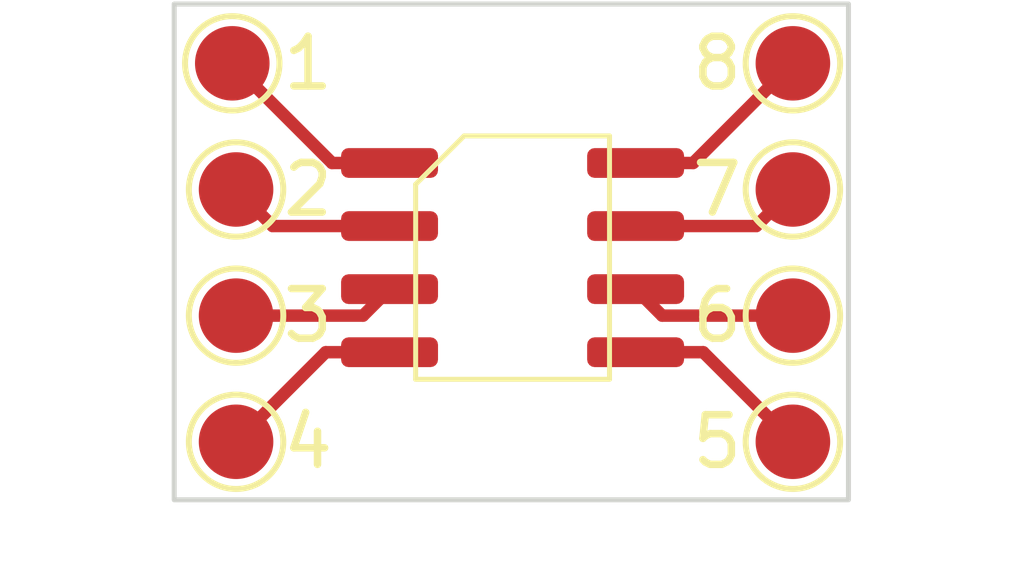
<source format=kicad_pcb>
(kicad_pcb (version 20211014) (generator pcbnew)
  (layers (0 "F.Cu" signal) (31 "B.Cu" signal) (34 "B.Paste" user) (35 "F.Paste" user) (36 "B.SilkS" user "B.Silkscreen") (37 "F.SilkS" user "F.Silkscreen") (38 "B.Mask" user) (39 "F.Mask" user) (44 "Edge.Cuts" user))
  (net 0 "")
  (net 1 "Net-(U1-Pad1)")
  (net 2 "Net-(U1-Pad2)")
  (net 3 "Net-(U1-Pad3)")
  (net 4 "Net-(U1-Pad4)")
  (net 5 "Net-(U1-Pad5)")
  (net 6 "Net-(U1-Pad6)")
  (net 7 "Net-(U1-Pad7)")
  (net 8 "Net-(U1-Pad8)")
  (footprint "TestPoint:TestPoint_Pad_D1.5mm" (layer "F.Cu") (at 131.3434 91.7956)
    (fp_text reference "J3" hide)
    (fp_text value "Conn_01x01")
    (fp_circle (center 0 0) (end 0 0.95) (layer "F.SilkS") (width 0.12) (fill none))
    (pad "1" smd circle (at 0 0) (size 1.5 1.5) (layers "F.Cu" "F.Mask") (net 3 "Net-(U1-Pad3)"))
  )
  (footprint "TestPoint:TestPoint_Pad_D1.5mm" (layer "F.Cu") (at 142.5448 86.7156)
    (fp_text reference "J8" hide)
    (fp_text value "Conn_01x01")
    (fp_circle (center 0 0) (end 0 0.95) (layer "F.SilkS") (width 0.12) (fill none))
    (pad "1" smd circle (at 0 0) (size 1.5 1.5) (layers "F.Cu" "F.Mask") (net 8 "Net-(U1-Pad8)"))
  )
  (footprint "TestPoint:TestPoint_Pad_D1.5mm" (layer "F.Cu") (at 142.5448 94.3356)
    (fp_text reference "J5" hide)
    (fp_text value "Conn_01x01")
    (fp_circle (center 0 0) (end 0 0.95) (layer "F.SilkS") (width 0.12) (fill none))
    (pad "1" smd circle (at 0 0) (size 1.5 1.5) (layers "F.Cu" "F.Mask") (net 5 "Net-(U1-Pad5)"))
  )
  (footprint "TestPoint:TestPoint_Pad_D1.5mm" (layer "F.Cu") (at 142.5448 91.7956)
    (fp_text reference "J6" hide)
    (fp_text value "Conn_01x01")
    (fp_circle (center 0 0) (end 0 0.95) (layer "F.SilkS") (width 0.12) (fill none))
    (pad "1" smd circle (at 0 0) (size 1.5 1.5) (layers "F.Cu" "F.Mask") (net 6 "Net-(U1-Pad6)"))
  )
  (footprint "TestPoint:TestPoint_Pad_D1.5mm" (layer "F.Cu") (at 131.3434 89.2556)
    (fp_text reference "J2" hide)
    (fp_text value "Conn_01x01")
    (fp_circle (center 0 0) (end 0 0.95) (layer "F.SilkS") (width 0.12) (fill none))
    (pad "1" smd circle (at 0 0) (size 1.5 1.5) (layers "F.Cu" "F.Mask") (net 2 "Net-(U1-Pad2)"))
  )
  (footprint "TestPoint:TestPoint_Pad_D1.5mm" (layer "F.Cu") (at 131.2672 86.7156)
    (fp_text reference "J1" hide)
    (fp_text value "Conn_01x01")
    (fp_circle (center 0 0) (end 0 0.95) (layer "F.SilkS") (width 0.12) (fill none))
    (pad "1" smd circle (at 0 0) (size 1.5 1.5) (layers "F.Cu" "F.Mask") (net 1 "Net-(U1-Pad1)"))
  )
  (footprint "TestPoint:TestPoint_Pad_D1.5mm" (layer "F.Cu") (at 142.5448 89.2556)
    (fp_text reference "J7" hide)
    (fp_text value "Conn_01x01")
    (fp_circle (center 0 0) (end 0 0.95) (layer "F.SilkS") (width 0.12) (fill none))
    (pad "1" smd circle (at 0 0) (size 1.5 1.5) (layers "F.Cu" "F.Mask") (net 7 "Net-(U1-Pad7)"))
  )
  (footprint "Package_SO:SOIC-8_3.9x4.9mm_P1.27mm" (layer "F.Cu") (at 136.906 90.6272)
    (fp_text reference "U1" hide)
    (fp_text value "PIC12C508A")
    (fp_line (start 1.95 -2.45) (end 1.95 2.45) (layer "F.SilkS") (width 0.1))
    (fp_line (start 1.95 2.45) (end -1.95 2.45) (layer "F.SilkS") (width 0.1))
    (fp_line (start -1.95 2.45) (end -1.95 -1.475) (layer "F.SilkS") (width 0.1))
    (fp_line (start -0.975 -2.45) (end 1.95 -2.45) (layer "F.SilkS") (width 0.1))
    (fp_line (start -1.95 -1.475) (end -0.975 -2.45) (layer "F.SilkS") (width 0.1))
    (pad "1" smd roundrect (at -2.475 -1.905) (size 1.95 0.6) (layers "F.Cu" "F.Paste" "F.Mask") (net 1 "Net-(U1-Pad1)"))
    (pad "2" smd roundrect (at -2.475 -0.635) (size 1.95 0.6) (layers "F.Cu" "F.Paste" "F.Mask") (net 2 "Net-(U1-Pad2)"))
    (pad "3" smd roundrect (at -2.475 0.635) (size 1.95 0.6) (layers "F.Cu" "F.Paste" "F.Mask") (net 3 "Net-(U1-Pad3)"))
    (pad "4" smd roundrect (at -2.475 1.905) (size 1.95 0.6) (layers "F.Cu" "F.Paste" "F.Mask") (net 4 "Net-(U1-Pad4)"))
    (pad "5" smd roundrect (at 2.475 1.905) (size 1.95 0.6) (layers "F.Cu" "F.Paste" "F.Mask") (net 5 "Net-(U1-Pad5)"))
    (pad "6" smd roundrect (at 2.475 0.635) (size 1.95 0.6) (layers "F.Cu" "F.Paste" "F.Mask") (net 6 "Net-(U1-Pad6)"))
    (pad "7" smd roundrect (at 2.475 -0.635) (size 1.95 0.6) (layers "F.Cu" "F.Paste" "F.Mask") (net 7 "Net-(U1-Pad7)"))
    (pad "8" smd roundrect (at 2.475 -1.905) (size 1.95 0.6) (layers "F.Cu" "F.Paste" "F.Mask") (net 8 "Net-(U1-Pad8)"))
  )
  (footprint "TestPoint:TestPoint_Pad_D1.5mm" (layer "F.Cu") (at 131.3434 94.3356)
    (fp_text reference "J4" hide)
    (fp_text value "Conn_01x01")
    (fp_circle (center 0 0) (end 0 0.95) (layer "F.SilkS") (width 0.12) (fill none))
    (pad "1" smd circle (at 0 0) (size 1.5 1.5) (layers "F.Cu" "F.Mask") (net 4 "Net-(U1-Pad4)"))
  )
  (gr_rect (start 130.0988 85.5218) (end 143.6624 95.504) (layer "Edge.Cuts") (width 0.1) (fill none))
  (gr_text "1" (at 132.7912 86.7156) (layer "F.SilkS") (effects (font (size 1 1))))
  (gr_text "3" (at 132.7912 91.7956) (layer "F.SilkS") (effects (font (size 1 1))))
  (gr_text "5" (at 141.0208 94.3356) (layer "F.SilkS") (effects (font (size 1 1))))
  (gr_text "4" (at 132.7912 94.3356) (layer "F.SilkS") (effects (font (size 1 1))))
  (gr_text "2" (at 132.7912 89.2556) (layer "F.SilkS") (effects (font (size 1 1))))
  (gr_text "6" (at 141.0208 91.7956) (layer "F.SilkS") (effects (font (size 1 1))))
  (gr_text "7" (at 141.0208 89.2556) (layer "F.SilkS") (effects (font (size 1 1))))
  (gr_text "8" (at 141.0208 86.7156) (layer "F.SilkS") (effects (font (size 1 1))))
  (segment (start 131.2672 86.7156) (end 133.2738 88.7222) (width 0.25) (layer "F.Cu") (net 1))
  (segment (start 133.2738 88.7222) (end 134.431 88.7222) (width 0.25) (layer "F.Cu") (net 1))
  (segment (start 132.08 89.9922) (end 134.431 89.9922) (width 0.25) (layer "F.Cu") (net 2))
  (segment (start 131.3434 89.2556) (end 132.08 89.9922) (width 0.25) (layer "F.Cu") (net 2))
  (segment (start 131.3434 91.7956) (end 133.8976 91.7956) (width 0.25) (layer "F.Cu") (net 3))
  (segment (start 133.8976 91.7956) (end 134.431 91.2622) (width 0.25) (layer "F.Cu") (net 3))
  (segment (start 133.1468 92.5322) (end 134.431 92.5322) (width 0.25) (layer "F.Cu") (net 4))
  (segment (start 131.3434 94.3356) (end 133.1468 92.5322) (width 0.25) (layer "F.Cu") (net 4))
  (segment (start 142.5448 94.3356) (end 140.7414 92.5322) (width 0.25) (layer "F.Cu") (net 5))
  (segment (start 140.7414 92.5322) (end 139.381 92.5322) (width 0.25) (layer "F.Cu") (net 5))
  (segment (start 139.381 91.2622) (end 139.9144 91.7956) (width 0.25) (layer "F.Cu") (net 6))
  (segment (start 139.9144 91.7956) (end 142.5448 91.7956) (width 0.25) (layer "F.Cu") (net 6))
  (segment (start 142.5448 89.2556) (end 141.8082 89.9922) (width 0.25) (layer "F.Cu") (net 7))
  (segment (start 141.8082 89.9922) (end 139.381 89.9922) (width 0.25) (layer "F.Cu") (net 7))
  (segment (start 140.5382 88.7222) (end 139.381 88.7222) (width 0.25) (layer "F.Cu") (net 8))
  (segment (start 142.5448 86.7156) (end 140.5382 88.7222) (width 0.25) (layer "F.Cu") (net 8))
)
</source>
